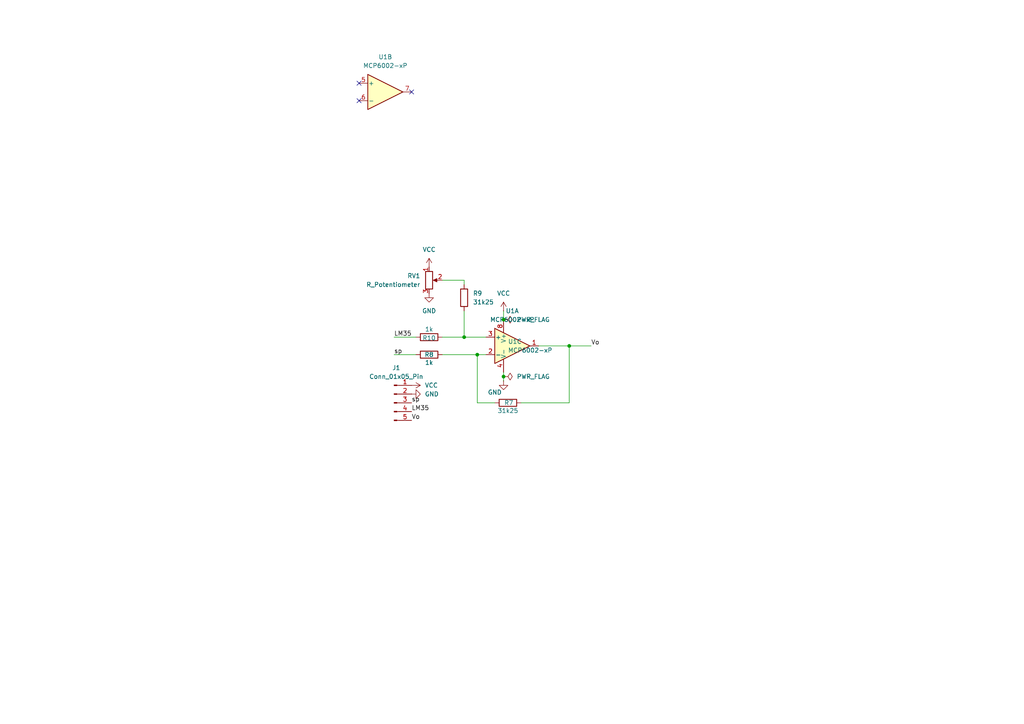
<source format=kicad_sch>
(kicad_sch (version 20250114) (generator "eeschema") (generator_version "9.0")
  (paper "A4")
  (lib_symbols
    (symbol "Amplifier_Operational:MCP6002-xP" (pin_names (offset 0.127))
      (property "Reference" "U" (at 0 5.08 0))
      (property "Value" "MCP6002-xP" (at 0 -5.08 0))
      (symbol "MCP6002-xP_1_1"
        (polyline (pts (xy -5.08 5.08) (xy 5.08 0) (xy -5.08 -5.08) (xy -5.08 5.08)) (stroke (width 0.254)) (fill (type background)))
        (pin input line (at -7.62 2.54 0) (length 2.54) (name "+") (number "3"))
        (pin input line (at -7.62 -2.54 0) (length 2.54) (name "-") (number "2"))
        (pin output line (at 7.62 0 180) (length 2.54) (name "~") (number "1"))
      )
      (symbol "MCP6002-xP_2_1"
        (polyline (pts (xy -5.08 5.08) (xy 5.08 0) (xy -5.08 -5.08) (xy -5.08 5.08)) (stroke (width 0.254)) (fill (type background)))
        (pin input line (at -7.62 2.54 0) (length 2.54) (name "+") (number "5"))
        (pin input line (at -7.62 -2.54 0) (length 2.54) (name "-") (number "6"))
        (pin output line (at 7.62 0 180) (length 2.54) (name "~") (number "7"))
      )
      (symbol "MCP6002-xP_3_1"
        (pin power_in line (at -2.54 7.62 270) (length 3.81) (name "V+") (number "8"))
        (pin power_in line (at -2.54 -7.62 90) (length 3.81) (name "V-") (number "4"))
      )
    )
    (symbol "Connector:Conn_01x05_Pin" (pin_names (offset 1.016) (hide yes))
      (property "Reference" "J" (at 0 7.62 0))
      (property "Value" "Conn_01x05_Pin" (at 0 -7.62 0))
      (symbol "Conn_01x05_Pin_1_1"
        (rectangle (start 0.8636 5.207) (end 0 4.953) (stroke (width 0.1524)) (fill (type outline)))
        (rectangle (start 0.8636 2.667) (end 0 2.413) (stroke (width 0.1524)) (fill (type outline)))
        (rectangle (start 0.8636 0.127) (end 0 -0.127) (stroke (width 0.1524)) (fill (type outline)))
        (rectangle (start 0.8636 -2.413) (end 0 -2.667) (stroke (width 0.1524)) (fill (type outline)))
        (rectangle (start 0.8636 -4.953) (end 0 -5.207) (stroke (width 0.1524)) (fill (type outline)))
        (polyline (pts (xy 1.27 5.08) (xy 0.8636 5.08)) (stroke (width 0.1524)))
        (polyline (pts (xy 1.27 2.54) (xy 0.8636 2.54)) (stroke (width 0.1524)))
        (polyline (pts (xy 1.27 0) (xy 0.8636 0)) (stroke (width 0.1524)))
        (polyline (pts (xy 1.27 -2.54) (xy 0.8636 -2.54)) (stroke (width 0.1524)))
        (polyline (pts (xy 1.27 -5.08) (xy 0.8636 -5.08)) (stroke (width 0.1524)))
        (pin passive line (at 5.08 5.08 180) (length 3.81) (name "Pin_1") (number "1"))
        (pin passive line (at 5.08 2.54 180) (length 3.81) (name "Pin_2") (number "2"))
        (pin passive line (at 5.08 0 180) (length 3.81) (name "Pin_3") (number "3"))
        (pin passive line (at 5.08 -2.54 180) (length 3.81) (name "Pin_4") (number "4"))
        (pin passive line (at 5.08 -5.08 180) (length 3.81) (name "Pin_5") (number "5"))
      )
    )
    (symbol "Device:R" (pin_numbers (hide yes)) (pin_names (offset 0))
      (property "Reference" "R" (at 2.032 0 90))
      (property "Value" "R" (at 0 0 90))
      (symbol "R_0_1"
        (rectangle (start -1.016 -2.54) (end 1.016 2.54) (stroke (width 0.254)))
      )
      (symbol "R_1_1"
        (pin passive line (at 0 3.81 270) (length 1.27) (name "~") (number "1"))
        (pin passive line (at 0 -3.81 90) (length 1.27) (name "~") (number "2"))
      )
    )
    (symbol "Device:R_Potentiometer" (pin_names (offset 1.016) (hide yes))
      (property "Reference" "RV" (at -4.445 0 90))
      (property "Value" "R_Potentiometer" (at -2.54 0 90))
      (symbol "R_Potentiometer_0_1"
        (rectangle (start 1.016 2.54) (end -1.016 -2.54) (stroke (width 0.254)))
        (polyline (pts (xy 1.143 0) (xy 2.286 0.508) (xy 2.286 -0.508) (xy 1.143 0)) (fill (type outline)))
        (polyline (pts (xy 2.54 0) (xy 1.524 0)))
      )
      (symbol "R_Potentiometer_1_1"
        (pin passive line (at 0 3.81 270) (length 1.27) (name "1") (number "1"))
        (pin passive line (at 0 -3.81 90) (length 1.27) (name "3") (number "3"))
        (pin passive line (at 3.81 0 180) (length 1.27) (name "2") (number "2"))
      )
    )
    (symbol "power:GND" (power) (pin_numbers (hide yes)) (pin_names (offset 0) (hide yes))
      (property "Value" "GND" (at 0 -3.81 0))
      (symbol "GND_0_1"
        (polyline (pts (xy 0 0) (xy 0 -1.27) (xy 1.27 -1.27) (xy 0 -2.54) (xy -1.27 -1.27) (xy 0 -1.27)))
      )
      (symbol "GND_1_1"
        (pin power_in line (at 0 0 270) (length 0) (name "~") (number "1"))
      )
    )
    (symbol "power:PWR_FLAG" (power) (pin_numbers (hide yes)) (pin_names (offset 0) (hide yes))
      (property "Value" "PWR_FLAG" (at 0 3.81 0))
      (symbol "PWR_FLAG_0_0"
        (pin power_out line (at 0 0 90) (length 0) (name "~") (number "1"))
      )
      (symbol "PWR_FLAG_0_1"
        (polyline (pts (xy 0 0) (xy 0 1.27) (xy -1.016 1.905) (xy 0 2.54) (xy 1.016 1.905) (xy 0 1.27)))
      )
    )
    (symbol "power:VCC" (power) (pin_numbers (hide yes)) (pin_names (offset 0) (hide yes))
      (property "Value" "VCC" (at 0 3.556 0))
      (symbol "VCC_0_1"
        (polyline (pts (xy -0.762 1.27) (xy 0 2.54)))
        (polyline (pts (xy 0 2.54) (xy 0.762 1.27)))
        (polyline (pts (xy 0 0) (xy 0 2.54)))
      )
      (symbol "VCC_1_1"
        (pin power_in line (at 0 0 90) (length 0) (name "~") (number "1"))
      )
    )
  )
  (junction (at 134.62 97.79))
  (junction (at 138.43 102.87))
  (junction (at 165.1 100.33))
  (junction (at 146.05 109.22))
  (junction (at 146.05 92.71))
  (no_connect (at 119.38 26.67))
  (no_connect (at 104.14 24.13))
  (no_connect (at 104.14 29.21))
  (wire (pts (xy 114.3 102.87) (xy 120.65 102.87)))
  (wire (pts (xy 128.27 102.87) (xy 138.43 102.87)))
  (wire (pts (xy 138.43 102.87) (xy 138.43 116.84)))
  (wire (pts (xy 146.05 90.17) (xy 146.05 92.71)))
  (wire (pts (xy 134.62 97.79) (xy 140.97 97.79)))
  (wire (pts (xy 138.43 102.87) (xy 140.97 102.87)))
  (wire (pts (xy 128.27 97.79) (xy 134.62 97.79)))
  (wire (pts (xy 156.21 100.33) (xy 165.1 100.33)))
  (wire (pts (xy 165.1 116.84) (xy 151.13 116.84)))
  (wire (pts (xy 114.3 97.79) (xy 120.65 97.79)))
  (wire (pts (xy 146.05 110.49) (xy 146.05 109.22)))
  (wire (pts (xy 165.1 100.33) (xy 165.1 116.84)))
  (wire (pts (xy 143.51 116.84) (xy 138.43 116.84)))
  (wire (pts (xy 134.62 90.17) (xy 134.62 97.79)))
  (wire (pts (xy 165.1 100.33) (xy 171.45 100.33)))
  (wire (pts (xy 134.62 81.28) (xy 134.62 82.55)))
  (wire (pts (xy 146.05 109.22) (xy 146.05 107.95)))
  (wire (pts (xy 128.27 81.28) (xy 134.62 81.28)))
  (label "Vo" (at 119.38 121.92 0))
  (label "sp" (at 114.3 102.87 0))
  (label "LM35" (at 119.38 119.38 0))
  (label "Vo" (at 171.45 100.33 0))
  (label "LM35" (at 114.3 97.79 0))
  (label "sp" (at 119.38 116.84 0))
  (symbol (lib_id "power:VCC") (at 146.05 90.17 0) (unit 1)
    (property "Reference" "#PWR02" (effects (hide yes)))
    (property "Value" "VCC" (at 146.05 85.09 0))
    (property "Description" "Power symbol creates a global label with name \"VCC\"" (effects (hide yes)))
  )
  (symbol (lib_id "power:GND") (at 124.46 85.09 0) (unit 1)
    (property "Reference" "#PWR04" (effects (hide yes)))
    (property "Value" "GND" (at 124.46 90.17 0))
    (property "Description" "Power symbol creates a global label with name \"GND\" , ground" (effects (hide yes)))
  )
  (symbol (lib_id "power:VCC") (at 119.38 111.76 270) (unit 1)
    (property "Reference" "#PWR05" (effects (hide yes)))
    (property "Value" "VCC" (at 123.19 111.7599 90) (effects (justify left)))
    (property "Description" "Power symbol creates a global label with name \"VCC\"" (effects (hide yes)))
  )
  (symbol (lib_id "Device:R") (at 124.46 102.87 90) (unit 1)
    (property "Reference" "R8" (at 124.46 102.87 90))
    (property "Value" "1k" (at 124.46 105.156 90))
    (property "Footprint" "Resistor_THT:R_Axial_DIN0204_L3.6mm_D1.6mm_P7.62mm_Horizontal" (effects (hide yes)))
    (property "Description" "Resistor" (effects (hide yes)))
  )
  (symbol (lib_id "Connector:Conn_01x05_Pin") (at 114.3 116.84 0) (unit 1)
    (property "Reference" "J1" (at 114.935 106.68 0))
    (property "Value" "Conn_01x05_Pin" (at 114.935 109.22 0))
    (property "Footprint" "Connector_PinSocket_2.54mm:PinSocket_1x05_P2.54mm_Vertical" (effects (hide yes)))
    (property "Description" "Generic connector, single row, 01x05, script generated" (effects (hide yes)))
  )
  (symbol (lib_id "Device:R") (at 124.46 97.79 90) (unit 1)
    (property "Reference" "R10" (at 124.46 98.044 90))
    (property "Value" "1k" (at 124.46 95.504 90))
    (property "Footprint" "Resistor_THT:R_Axial_DIN0204_L3.6mm_D1.6mm_P7.62mm_Horizontal" (effects (hide yes)))
    (property "Description" "Resistor" (effects (hide yes)))
  )
  (symbol (lib_id "power:GND") (at 119.38 114.3 90) (unit 1)
    (property "Reference" "#PWR06" (effects (hide yes)))
    (property "Value" "GND" (at 123.19 114.2999 90) (effects (justify right)))
    (property "Description" "Power symbol creates a global label with name \"GND\" , ground" (effects (hide yes)))
  )
  (symbol (lib_id "power:VCC") (at 124.46 77.47 0) (unit 1)
    (property "Reference" "#PWR03" (effects (hide yes)))
    (property "Value" "VCC" (at 124.46 72.39 0))
    (property "Description" "Power symbol creates a global label with name \"VCC\"" (effects (hide yes)))
  )
  (symbol (lib_id "Device:R_Potentiometer") (at 124.46 81.28 0) (unit 1)
    (property "Reference" "RV1" (at 121.92 80.0099 0) (effects (justify right)))
    (property "Value" "R_Potentiometer" (at 121.92 82.5499 0) (effects (justify right)))
    (property "Footprint" "Potentiometer_THT:Potentiometer_Bourns_3296W_Vertical" (effects (hide yes)))
    (property "Description" "Potentiometer" (effects (hide yes)))
  )
  (symbol (lib_id "Device:R") (at 147.32 116.84 90) (unit 1)
    (property "Reference" "R7" (at 147.574 116.84 90))
    (property "Value" "31k25" (at 147.32 119.126 90))
    (property "Footprint" "Resistor_THT:R_Axial_DIN0204_L3.6mm_D1.6mm_P7.62mm_Horizontal" (effects (hide yes)))
    (property "Description" "Resistor" (effects (hide yes)))
  )
  (symbol (lib_id "power:PWR_FLAG") (at 146.05 92.71 270) (unit 1)
    (property "Reference" "#FLG02" (effects (hide yes)))
    (property "Value" "PWR_FLAG" (at 149.86 92.7099 90) (effects (justify left)))
    (property "Description" "Special symbol for telling ERC where power comes from" (effects (hide yes)))
  )
  (symbol (lib_id "power:PWR_FLAG") (at 146.05 109.22 270) (unit 1)
    (property "Reference" "#FLG01" (effects (hide yes)))
    (property "Value" "PWR_FLAG" (at 149.86 109.2199 90) (effects (justify left)))
    (property "Description" "Special symbol for telling ERC where power comes from" (effects (hide yes)))
  )
  (symbol (lib_id "Device:R") (at 134.62 86.36 0) (unit 1)
    (property "Reference" "R9" (at 137.16 85.0899 0) (effects (justify left)))
    (property "Value" "31k25" (at 137.16 87.6299 0) (effects (justify left)))
    (property "Footprint" "Resistor_THT:R_Axial_DIN0204_L3.6mm_D1.6mm_P7.62mm_Horizontal" (effects (hide yes)))
    (property "Description" "Resistor" (effects (hide yes)))
  )
  (symbol (lib_id "Amplifier_Operational:MCP6002-xP") (at 148.59 100.33 0) (unit 1)
    (property "Reference" "U1" (at 148.59 90.17 0))
    (property "Value" "MCP6002-xP" (at 148.59 92.71 0))
    (property "Footprint" "Package_DIP:DIP-8_W7.62mm_LongPads" (effects (hide yes)))
    (property "Datasheet" "http://ww1.microchip.com/downloads/en/DeviceDoc/21733j.pdf" (effects (hide yes)))
    (property "Description" "1MHz, Low-Power Op Amp, DIP-8" (effects (hide yes)))
  )
  (symbol (lib_id "Amplifier_Operational:MCP6002-xP") (at 111.76 26.67 0) (unit 2)
    (property "Reference" "U1" (at 111.76 16.51 0))
    (property "Value" "MCP6002-xP" (at 111.76 19.05 0))
    (property "Footprint" "Package_DIP:DIP-8_W7.62mm_LongPads" (effects (hide yes)))
    (property "Datasheet" "http://ww1.microchip.com/downloads/en/DeviceDoc/21733j.pdf" (effects (hide yes)))
    (property "Description" "1MHz, Low-Power Op Amp, DIP-8" (effects (hide yes)))
  )
  (symbol (lib_id "power:GND") (at 146.05 110.49 0) (unit 1)
    (property "Reference" "#PWR01" (effects (hide yes)))
    (property "Value" "GND" (at 143.51 113.792 0))
    (property "Description" "Power symbol creates a global label with name \"GND\" , ground" (effects (hide yes)))
  )
  (symbol (lib_id "Amplifier_Operational:MCP6002-xP") (at 148.59 100.33 0) (unit 3)
    (property "Reference" "U1" (at 147.32 99.0599 0) (effects (justify left)))
    (property "Value" "MCP6002-xP" (at 147.32 101.5999 0) (effects (justify left)))
    (property "Footprint" "Package_DIP:DIP-8_W7.62mm_LongPads" (effects (hide yes)))
    (property "Datasheet" "http://ww1.microchip.com/downloads/en/DeviceDoc/21733j.pdf" (effects (hide yes)))
    (property "Description" "1MHz, Low-Power Op Amp, DIP-8" (effects (hide yes)))
  )
)
</source>
